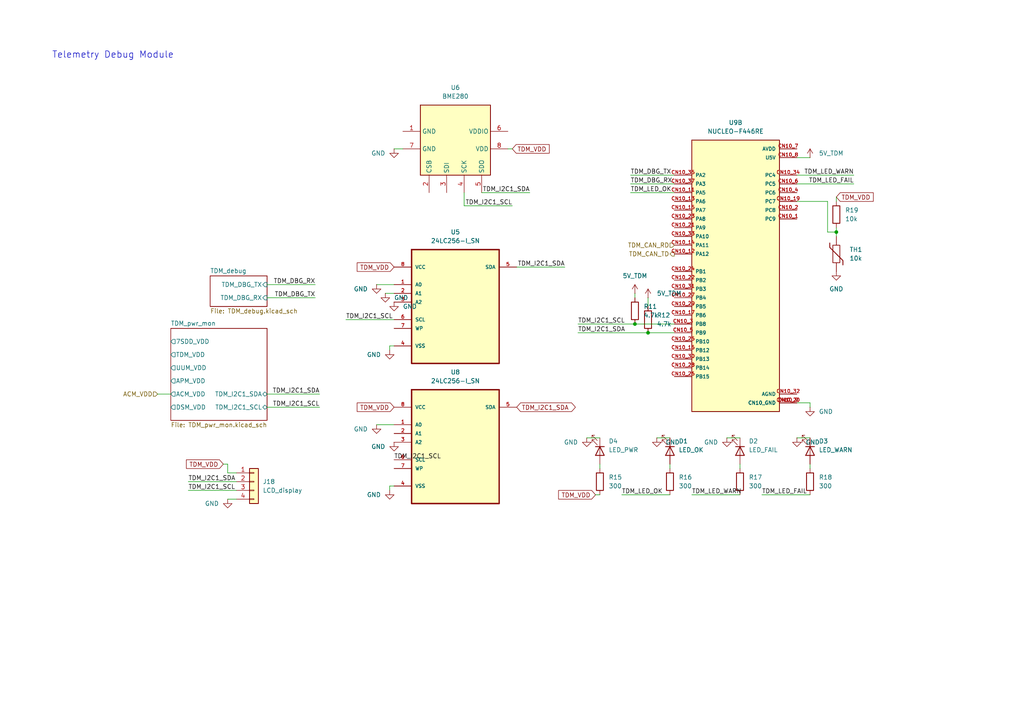
<source format=kicad_sch>
(kicad_sch (version 20250114) (generator "eeschema") (generator_version "9.0")
  (paper "A4")
  (title_block (date "2025-06") (rev "2"))
  (lib_symbols
    (symbol "24LC256-I_SN:24LC256-I_SN" (pin_names (offset 1.016))
      (property "Reference" "U" (at -4.9591 14.9028 0))
      (property "Value" "24LC256-I_SN" (at -5.7261 -23.3626 0))
      (symbol "24LC256-I_SN_0_0"
        (rectangle (start -12.7 -20.32) (end 12.7 12.7) (stroke (width 0.4064)) (fill (type background)))
        (pin power_in line (at -17.78 7.62 0) (length 5.08) (name "VCC") (number "8"))
        (pin input line (at -17.78 2.54 0) (length 5.08) (name "A0") (number "1"))
        (pin input line (at -17.78 0 0) (length 5.08) (name "A1") (number "2"))
        (pin input line (at -17.78 -2.54 0) (length 5.08) (name "A2") (number "3"))
        (pin input line (at -17.78 -7.62 0) (length 5.08) (name "SCL") (number "6"))
        (pin input line (at -17.78 -10.16 0) (length 5.08) (name "WP") (number "7"))
        (pin passive line (at -17.78 -15.24 0) (length 5.08) (name "VSS") (number "4"))
        (pin bidirectional line (at 17.78 7.62 180) (length 5.08) (name "SDA") (number "5"))
      )
    )
    (symbol "Connector_Generic:Conn_01x04" (pin_names (offset 1.016) (hide yes))
      (property "Reference" "J" (at 0 5.08 0))
      (property "Value" "Conn_01x04" (at 0 -7.62 0))
      (symbol "Conn_01x04_1_1"
        (rectangle (start -1.27 3.81) (end 1.27 -6.35) (stroke (width 0.254)) (fill (type background)))
        (rectangle (start -1.27 2.667) (end 0 2.413) (stroke (width 0.1524)))
        (rectangle (start -1.27 0.127) (end 0 -0.127) (stroke (width 0.1524)))
        (rectangle (start -1.27 -2.413) (end 0 -2.667) (stroke (width 0.1524)))
        (rectangle (start -1.27 -4.953) (end 0 -5.207) (stroke (width 0.1524)))
        (pin passive line (at -5.08 2.54 0) (length 3.81) (name "Pin_1") (number "1"))
        (pin passive line (at -5.08 0 0) (length 3.81) (name "Pin_2") (number "2"))
        (pin passive line (at -5.08 -2.54 0) (length 3.81) (name "Pin_3") (number "3"))
        (pin passive line (at -5.08 -5.08 0) (length 3.81) (name "Pin_4") (number "4"))
      )
    )
    (symbol "Device:LED" (pin_numbers (hide yes)) (pin_names (offset 1.016) (hide yes))
      (property "Reference" "D" (at 0 2.54 0))
      (property "Value" "LED" (at 0 -2.54 0))
      (symbol "LED_0_1"
        (polyline (pts (xy -3.048 -0.762) (xy -4.572 -2.286) (xy -3.81 -2.286) (xy -4.572 -2.286) (xy -4.572 -1.524)))
        (polyline (pts (xy -1.778 -0.762) (xy -3.302 -2.286) (xy -2.54 -2.286) (xy -3.302 -2.286) (xy -3.302 -1.524)))
        (polyline (pts (xy -1.27 0) (xy 1.27 0)))
        (polyline (pts (xy -1.27 -1.27) (xy -1.27 1.27)) (stroke (width 0.254)))
        (polyline (pts (xy 1.27 -1.27) (xy 1.27 1.27) (xy -1.27 0) (xy 1.27 -1.27)) (stroke (width 0.254)))
      )
      (symbol "LED_1_1"
        (pin passive line (at -3.81 0 0) (length 2.54) (name "K") (number "1"))
        (pin passive line (at 3.81 0 180) (length 2.54) (name "A") (number "2"))
      )
    )
    (symbol "Device:R" (pin_numbers (hide yes)) (pin_names (offset 0))
      (property "Reference" "R" (at 2.032 0 90))
      (property "Value" "R" (at 0 0 90))
      (symbol "R_0_1"
        (rectangle (start -1.016 -2.54) (end 1.016 2.54) (stroke (width 0.254)))
      )
      (symbol "R_1_1"
        (pin passive line (at 0 3.81 270) (length 1.27) (name "~") (number "1"))
        (pin passive line (at 0 -3.81 90) (length 1.27) (name "~") (number "2"))
      )
    )
    (symbol "Device:Thermistor" (pin_numbers (hide yes)) (pin_names (offset 0))
      (property "Reference" "TH" (at 2.54 1.27 90))
      (property "Value" "Thermistor" (at -2.54 0 90))
      (symbol "Thermistor_0_1"
        (polyline (pts (xy -1.905 3.175) (xy -1.905 1.905) (xy 1.905 -1.905) (xy 1.905 -3.175) (xy 1.905 -3.175)) (stroke (width 0.254)))
        (rectangle (start -1.016 2.54) (end 1.016 -2.54) (stroke (width 0.2032)))
      )
      (symbol "Thermistor_1_1"
        (pin passive line (at 0 5.08 270) (length 2.54) (name "~") (number "1"))
        (pin passive line (at 0 -5.08 90) (length 2.54) (name "~") (number "2"))
      )
    )
    (symbol "NUCLEO-F446RE:NUCLEO-F446RE" (pin_names (offset 1.016))
      (property "Reference" "U" (at -17.78 41.91 0))
      (property "Value" "NUCLEO-F446RE" (at -17.78 -44.45 0))
      (symbol "NUCLEO-F446RE_1_0"
        (rectangle (start -17.78 -43.18) (end 17.78 40.64) (stroke (width 0.254)) (fill (type background)))
        (pin bidirectional line (at -22.86 20.32 0) (length 5.08) (name "CN7_RESET") (number "CN7_14"))
        (pin bidirectional line (at -22.86 17.78 0) (length 5.08) (name "BOOT0") (number "CN7_7"))
        (pin bidirectional line (at -22.86 12.7 0) (length 5.08) (name "PA0") (number "CN7_28"))
        (pin bidirectional line (at -22.86 10.16 0) (length 5.08) (name "PA1") (number "CN7_30"))
        (pin bidirectional line (at -22.86 7.62 0) (length 5.08) (name "PA4") (number "CN7_32"))
        (pin bidirectional line (at -22.86 5.08 0) (length 5.08) (name "PA13") (number "CN7_13"))
        (pin bidirectional line (at -22.86 2.54 0) (length 5.08) (name "PA14") (number "CN7_15"))
        (pin bidirectional line (at -22.86 0 0) (length 5.08) (name "PA15") (number "CN7_17"))
        (pin bidirectional line (at -22.86 -5.08 0) (length 5.08) (name "PB0") (number "CN7_34"))
        (pin bidirectional line (at -22.86 -7.62 0) (length 5.08) (name "PB7") (number "CN7_21"))
        (pin bidirectional line (at -22.86 -12.7 0) (length 5.08) (name "PC0/PB8") (number "CN7_38"))
        (pin bidirectional line (at -22.86 -15.24 0) (length 5.08) (name "PC1/PB9") (number "CN7_36"))
        (pin bidirectional line (at -22.86 -17.78 0) (length 5.08) (name "PC2") (number "CN7_35"))
        (pin bidirectional line (at -22.86 -20.32 0) (length 5.08) (name "PC3") (number "CN7_37"))
        (pin bidirectional line (at -22.86 -22.86 0) (length 5.08) (name "PC11") (number "CN7_2"))
        (pin bidirectional line (at -22.86 -25.4 0) (length 5.08) (name "PC10") (number "CN7_1"))
        (pin bidirectional line (at -22.86 -27.94 0) (length 5.08) (name "PC12") (number "CN7_3"))
        (pin bidirectional line (at -22.86 -30.48 0) (length 5.08) (name "PC13") (number "CN7_23"))
        (pin bidirectional line (at -22.86 -33.02 0) (length 5.08) (name "PC14") (number "CN7_25"))
        (pin bidirectional line (at -22.86 -35.56 0) (length 5.08) (name "PC15") (number "CN7_27"))
        (pin power_in line (at 22.86 38.1 180) (length 5.08) (name "CN7_+3V3") (number "CN7_16"))
        (pin power_in line (at 22.86 35.56 180) (length 5.08) (name "CN7_+5V") (number "CN7_18"))
        (pin power_in line (at 22.86 33.02 180) (length 5.08) (name "E5V") (number "CN7_6"))
        (pin power_in line (at 22.86 30.48 180) (length 5.08) (name "VBAT") (number "CN7_33"))
        (pin power_in line (at 22.86 27.94 180) (length 5.08) (name "VDD") (number "CN7_5"))
        (pin power_in line (at 22.86 25.4 180) (length 5.08) (name "CN7_VIN") (number "CN7_24"))
        (pin bidirectional line (at 22.86 20.32 180) (length 5.08) (name "CN7_IOREF") (number "CN7_12"))
        (pin bidirectional line (at 22.86 17.78 180) (length 5.08) (name "PD2") (number "CN7_4"))
        (pin bidirectional line (at 22.86 12.7 180) (length 5.08) (name "PH0") (number "CN7_29"))
        (pin bidirectional line (at 22.86 10.16 180) (length 5.08) (name "PH1") (number "CN7_31"))
        (pin power_in line (at 22.86 -40.64 180) (length 5.08) (name "CN7_GND") (number "CN7_19"))
        (pin power_in line (at 22.86 -40.64 180) (length 5.08) (name "CN7_GND") (number "CN7_20"))
        (pin power_in line (at 22.86 -40.64 180) (length 5.08) (name "CN7_GND") (number "CN7_22"))
        (pin power_in line (at 22.86 -40.64 180) (length 5.08) (name "CN7_GND") (number "CN7_8"))
      )
      (symbol "NUCLEO-F446RE_2_0"
        (rectangle (start -12.7 -40.64) (end 12.7 38.1) (stroke (width 0.254)) (fill (type background)))
        (pin bidirectional line (at -17.78 27.94 0) (length 5.08) (name "PA2") (number "CN10_35"))
        (pin bidirectional line (at -17.78 25.4 0) (length 5.08) (name "PA3") (number "CN10_37"))
        (pin bidirectional line (at -17.78 22.86 0) (length 5.08) (name "PA5") (number "CN10_11"))
        (pin bidirectional line (at -17.78 20.32 0) (length 5.08) (name "PA6") (number "CN10_13"))
        (pin bidirectional line (at -17.78 17.78 0) (length 5.08) (name "PA7") (number "CN10_15"))
        (pin bidirectional line (at -17.78 15.24 0) (length 5.08) (name "PA8") (number "CN10_23"))
        (pin bidirectional line (at -17.78 12.7 0) (length 5.08) (name "PA9") (number "CN10_21"))
        (pin bidirectional line (at -17.78 10.16 0) (length 5.08) (name "PA10") (number "CN10_33"))
        (pin bidirectional line (at -17.78 7.62 0) (length 5.08) (name "PA11") (number "CN10_14"))
        (pin bidirectional line (at -17.78 5.08 0) (length 5.08) (name "PA12") (number "CN10_12"))
        (pin bidirectional line (at -17.78 0 0) (length 5.08) (name "PB1") (number "CN10_24"))
        (pin bidirectional line (at -17.78 -2.54 0) (length 5.08) (name "PB2") (number "CN10_22"))
        (pin bidirectional line (at -17.78 -5.08 0) (length 5.08) (name "PB3") (number "CN10_31"))
        (pin bidirectional line (at -17.78 -7.62 0) (length 5.08) (name "PB4") (number "CN10_27"))
        (pin bidirectional line (at -17.78 -10.16 0) (length 5.08) (name "PB5") (number "CN10_29"))
        (pin bidirectional line (at -17.78 -12.7 0) (length 5.08) (name "PB6") (number "CN10_17"))
        (pin bidirectional line (at -17.78 -15.24 0) (length 5.08) (name "PB8") (number "CN10_3"))
        (pin bidirectional line (at -17.78 -17.78 0) (length 5.08) (name "PB9") (number "CN10_5"))
        (pin bidirectional line (at -17.78 -20.32 0) (length 5.08) (name "PB10") (number "CN10_25"))
        (pin bidirectional line (at -17.78 -22.86 0) (length 5.08) (name "PB12") (number "CN10_16"))
        (pin bidirectional line (at -17.78 -25.4 0) (length 5.08) (name "PB13") (number "CN10_30"))
        (pin bidirectional line (at -17.78 -27.94 0) (length 5.08) (name "PB14") (number "CN10_28"))
        (pin bidirectional line (at -17.78 -30.48 0) (length 5.08) (name "PB15") (number "CN10_26"))
        (pin power_in line (at 17.78 35.56 180) (length 5.08) (name "AVDD") (number "CN10_7"))
        (pin power_in line (at 17.78 33.02 180) (length 5.08) (name "U5V") (number "CN10_8"))
        (pin bidirectional line (at 17.78 27.94 180) (length 5.08) (name "PC4") (number "CN10_34"))
        (pin bidirectional line (at 17.78 25.4 180) (length 5.08) (name "PC5") (number "CN10_6"))
        (pin bidirectional line (at 17.78 22.86 180) (length 5.08) (name "PC6") (number "CN10_4"))
        (pin bidirectional line (at 17.78 20.32 180) (length 5.08) (name "PC7") (number "CN10_19"))
        (pin bidirectional line (at 17.78 17.78 180) (length 5.08) (name "PC8") (number "CN10_2"))
        (pin bidirectional line (at 17.78 15.24 180) (length 5.08) (name "PC9") (number "CN10_1"))
        (pin power_in line (at 17.78 -35.56 180) (length 5.08) (name "AGND") (number "CN10_32"))
        (pin power_in line (at 17.78 -38.1 180) (length 5.08) (name "CN10_GND") (number "CN10_20"))
        (pin power_in line (at 17.78 -38.1 180) (length 5.08) (name "CN10_GND") (number "CN10_9"))
      )
      (symbol "NUCLEO-F446RE_3_0"
        (rectangle (start -15.24 -12.7) (end 15.24 10.16) (stroke (width 0.254)) (fill (type background)))
        (pin bidirectional line (at -20.32 -2.54 0) (length 5.08) (name "CN6_RESET") (number "CN6_3"))
        (pin bidirectional line (at -20.32 -5.08 0) (length 5.08) (name "CN6_IOREF") (number "CN6_2"))
        (pin power_in line (at 20.32 7.62 180) (length 5.08) (name "CN6_VIN") (number "CN6_8"))
        (pin power_in line (at 20.32 5.08 180) (length 5.08) (name "CN6_+5V") (number "CN6_5"))
        (pin power_in line (at 20.32 2.54 180) (length 5.08) (name "CN6_+3V3") (number "CN6_4"))
        (pin power_in line (at 20.32 -10.16 180) (length 5.08) (name "CN6_GND") (number "CN6_6"))
        (pin power_in line (at 20.32 -10.16 180) (length 5.08) (name "CN6_GND") (number "CN6_7"))
      )
      (symbol "NUCLEO-F446RE_4_0"
        (rectangle (start -5.08 -12.7) (end 5.08 12.7) (stroke (width 0.254)) (fill (type background)))
        (pin input line (at -10.16 10.16 0) (length 5.08) (name "D0") (number "CN9_1"))
        (pin output line (at -10.16 7.62 0) (length 5.08) (name "D1") (number "CN9_2"))
        (pin bidirectional line (at -10.16 2.54 0) (length 5.08) (name "D2") (number "CN9_3"))
        (pin bidirectional line (at -10.16 0 0) (length 5.08) (name "D3") (number "CN9_4"))
        (pin bidirectional line (at -10.16 -2.54 0) (length 5.08) (name "D4") (number "CN9_5"))
        (pin bidirectional line (at -10.16 -5.08 0) (length 5.08) (name "D5") (number "CN9_6"))
        (pin bidirectional line (at -10.16 -7.62 0) (length 5.08) (name "D6") (number "CN9_7"))
        (pin bidirectional line (at -10.16 -10.16 0) (length 5.08) (name "D7") (number "CN9_8"))
      )
      (symbol "NUCLEO-F446RE_5_0"
        (rectangle (start -5.08 -10.16) (end 5.08 7.62) (stroke (width 0.254)) (fill (type background)))
        (pin input line (at -10.16 5.08 0) (length 5.08) (name "A0") (number "CN8_1"))
        (pin input line (at -10.16 2.54 0) (length 5.08) (name "A1") (number "CN8_2"))
        (pin input line (at -10.16 0 0) (length 5.08) (name "A2") (number "CN8_3"))
        (pin input line (at -10.16 -2.54 0) (length 5.08) (name "A3") (number "CN8_4"))
        (pin input line (at -10.16 -5.08 0) (length 5.08) (name "A4") (number "CN8_5"))
        (pin input line (at -10.16 -7.62 0) (length 5.08) (name "A5") (number "CN8_6"))
      )
      (symbol "NUCLEO-F446RE_6_0"
        (rectangle (start -10.16 -17.78) (end 10.16 15.24) (stroke (width 0.254)) (fill (type background)))
        (pin bidirectional line (at -15.24 7.62 0) (length 5.08) (name "D8") (number "CN5_1"))
        (pin bidirectional line (at -15.24 5.08 0) (length 5.08) (name "D9") (number "CN5_2"))
        (pin bidirectional line (at -15.24 2.54 0) (length 5.08) (name "D10") (number "CN5_3"))
        (pin bidirectional line (at -15.24 0 0) (length 5.08) (name "D11") (number "CN5_4"))
        (pin bidirectional line (at -15.24 -2.54 0) (length 5.08) (name "D12") (number "CN5_5"))
        (pin bidirectional clock (at -15.24 -5.08 0) (length 5.08) (name "D13") (number "CN5_6"))
        (pin bidirectional line (at -15.24 -7.62 0) (length 5.08) (name "D14") (number "CN5_9"))
        (pin bidirectional clock (at -15.24 -10.16 0) (length 5.08) (name "D15") (number "CN5_10"))
        (pin power_in line (at 15.24 12.7 180) (length 5.08) (name "AREF") (number "CN5_8"))
        (pin power_in line (at 15.24 -15.24 180) (length 5.08) (name "CN5_GND") (number "CN5_7"))
      )
    )
    (symbol "Sensor:BME280"
      (property "Reference" "U" (at -8.89 11.43 0))
      (property "Value" "BME280" (at 7.62 11.43 0))
      (symbol "BME280_0_1"
        (rectangle (start -10.16 10.16) (end 10.16 -10.16) (stroke (width 0.254)) (fill (type background)))
      )
      (symbol "BME280_1_1"
        (pin power_in line (at -2.54 15.24 270) (length 5.08) (name "VDDIO") (number "6"))
        (pin power_in line (at -2.54 -15.24 90) (length 5.08) (name "GND") (number "1"))
        (pin power_in line (at 2.54 15.24 270) (length 5.08) (name "VDD") (number "8"))
        (pin power_in line (at 2.54 -15.24 90) (length 5.08) (name "GND") (number "7"))
        (pin bidirectional line (at 15.24 7.62 180) (length 5.08) (name "SDO") (number "5"))
        (pin input line (at 15.24 2.54 180) (length 5.08) (name "SCK") (number "4"))
        (pin bidirectional line (at 15.24 -2.54 180) (length 5.08) (name "SDI") (number "3"))
        (pin input line (at 15.24 -7.62 180) (length 5.08) (name "CSB") (number "2"))
      )
    )
    (symbol "power:+5V" (power) (pin_numbers (hide yes)) (pin_names (offset 0) (hide yes))
      (property "Value" "+5V" (at 0 3.556 0))
      (symbol "+5V_0_1"
        (polyline (pts (xy -0.762 1.27) (xy 0 2.54)))
        (polyline (pts (xy 0 2.54) (xy 0.762 1.27)))
        (polyline (pts (xy 0 0) (xy 0 2.54)))
      )
      (symbol "+5V_1_1"
        (pin power_in line (at 0 0 90) (length 0) (name "~") (number "1"))
      )
    )
    (symbol "power:GND" (power) (pin_numbers (hide yes)) (pin_names (offset 0) (hide yes))
      (property "Value" "GND" (at 0 -3.81 0))
      (symbol "GND_0_1"
        (polyline (pts (xy 0 0) (xy 0 -1.27) (xy 1.27 -1.27) (xy 0 -2.54) (xy -1.27 -1.27) (xy 0 -1.27)))
      )
      (symbol "GND_1_1"
        (pin power_in line (at 0 0 270) (length 0) (name "~") (number "1"))
      )
    )
  )
  (text "Telemetry Debug Module" (at 32.766 16.002 0) (effects (font (size 1.905 1.905))))
  (junction (at 242.57 67.31))
  (junction (at 187.96 96.52))
  (junction (at 184.15 93.98))
  (wire (pts (xy 64.77 134.62) (xy 66.04 134.62)))
  (wire (pts (xy 163.83 77.47) (xy 149.86 77.47)))
  (wire (pts (xy 113.03 140.97) (xy 114.3 140.97)))
  (wire (pts (xy 167.64 96.52) (xy 187.96 96.52)))
  (wire (pts (xy 113.03 140.97) (xy 113.03 142.24)))
  (wire (pts (xy 173.99 134.62) (xy 173.99 135.89)))
  (wire (pts (xy 109.22 123.19) (xy 114.3 123.19)))
  (wire (pts (xy 190.5 127) (xy 194.31 127)))
  (wire (pts (xy 91.44 86.36) (xy 77.47 86.36)))
  (wire (pts (xy 153.67 55.88) (xy 139.7 55.88)))
  (wire (pts (xy 200.66 143.51) (xy 214.63 143.51)))
  (wire (pts (xy 148.59 59.69) (xy 134.62 59.69)))
  (wire (pts (xy 220.98 143.51) (xy 234.95 143.51)))
  (wire (pts (xy 91.44 82.55) (xy 77.47 82.55)))
  (wire (pts (xy 242.57 67.31) (xy 242.57 68.58)))
  (wire (pts (xy 66.04 144.78) (xy 68.58 144.78)))
  (wire (pts (xy 184.15 93.98) (xy 195.58 93.98)))
  (wire (pts (xy 240.03 58.42) (xy 240.03 67.31)))
  (wire (pts (xy 214.63 134.62) (xy 214.63 135.89)))
  (wire (pts (xy 66.04 137.16) (xy 68.58 137.16)))
  (wire (pts (xy 210.82 127) (xy 214.63 127)))
  (wire (pts (xy 54.61 139.7) (xy 68.58 139.7)))
  (wire (pts (xy 170.18 127) (xy 173.99 127)))
  (wire (pts (xy 100.33 92.71) (xy 114.3 92.71)))
  (wire (pts (xy 109.22 82.55) (xy 114.3 82.55)))
  (wire (pts (xy 231.14 45.72) (xy 234.95 45.72)))
  (wire (pts (xy 113.03 100.33) (xy 114.3 100.33)))
  (wire (pts (xy 92.71 114.3) (xy 77.47 114.3)))
  (wire (pts (xy 187.96 86.36) (xy 187.96 88.9)))
  (wire (pts (xy 247.65 53.34) (xy 231.14 53.34)))
  (wire (pts (xy 45.72 114.3) (xy 49.53 114.3)))
  (wire (pts (xy 182.88 53.34) (xy 195.58 53.34)))
  (wire (pts (xy 167.64 93.98) (xy 184.15 93.98)))
  (wire (pts (xy 182.88 55.88) (xy 195.58 55.88)))
  (wire (pts (xy 240.03 67.31) (xy 242.57 67.31)))
  (wire (pts (xy 234.95 118.11) (xy 234.95 116.84)))
  (wire (pts (xy 113.03 100.33) (xy 113.03 101.6)))
  (wire (pts (xy 111.76 85.09) (xy 114.3 85.09)))
  (wire (pts (xy 187.96 96.52) (xy 195.58 96.52)))
  (wire (pts (xy 247.65 50.8) (xy 231.14 50.8)))
  (wire (pts (xy 242.57 57.15) (xy 242.57 58.42)))
  (wire (pts (xy 92.71 118.11) (xy 77.47 118.11)))
  (wire (pts (xy 194.31 134.62) (xy 194.31 135.89)))
  (wire (pts (xy 242.57 66.04) (xy 242.57 67.31)))
  (wire (pts (xy 182.88 50.8) (xy 195.58 50.8)))
  (wire (pts (xy 184.15 85.09) (xy 184.15 86.36)))
  (wire (pts (xy 134.62 59.69) (xy 134.62 55.88)))
  (wire (pts (xy 234.95 134.62) (xy 234.95 135.89)))
  (wire (pts (xy 114.3 43.18) (xy 116.84 43.18)))
  (wire (pts (xy 231.14 58.42) (xy 240.03 58.42)))
  (wire (pts (xy 180.34 143.51) (xy 194.31 143.51)))
  (wire (pts (xy 66.04 134.62) (xy 66.04 137.16)))
  (wire (pts (xy 147.32 43.18) (xy 148.59 43.18)))
  (wire (pts (xy 231.14 127) (xy 234.95 127)))
  (wire (pts (xy 231.14 116.84) (xy 234.95 116.84)))
  (wire (pts (xy 172.72 143.51) (xy 173.99 143.51)))
  (wire (pts (xy 54.61 142.24) (xy 68.58 142.24)))
  (label "TDM_LED_WARN" (at 200.66 143.51 0))
  (label "TDM_LED_FAIL" (at 220.98 143.51 0))
  (label "TDM_I2C1_SDA" (at 153.67 55.88 180))
  (label "TDM_DBG_RX" (at 182.88 53.34 0))
  (label "TDM_DBG_TX" (at 182.88 50.8 0))
  (label "TDM_LED_FAIL" (at 247.65 53.34 180))
  (label "TDM_I2C1_SDA" (at 167.64 96.52 0))
  (label "TDM_LED_OK" (at 182.88 55.88 0))
  (label "TDM_DBG_TX" (at 91.44 86.36 180))
  (label "TDM_I2C1_SCL" (at 167.64 93.98 0))
  (label "TDM_I2C1_SCL" (at 54.61 142.24 0))
  (label "TDM_I2C1_SCL" (at 92.71 118.11 180))
  (label "TDM_I2C1_SCL" (at 114.3 133.35 0))
  (label "TDM_I2C1_SDA" (at 54.61 139.7 0))
  (label "TDM_LED_OK" (at 180.34 143.51 0))
  (label "TDM_DBG_RX" (at 91.44 82.55 180))
  (label "TDM_LED_WARN" (at 247.65 50.8 180))
  (label "TDM_I2C1_SCL" (at 148.59 59.69 180))
  (label "TDM_I2C1_SDA" (at 92.71 114.3 180))
  (label "TDM_I2C1_SCL" (at 100.33 92.71 0))
  (label "TDM_I2C1_SDA" (at 163.83 77.47 180))
  (global_label "TDM_VDD" (shape input) (at 114.3 118.11 180) (property "Intersheetrefs" "${INTERSHEET_REFS}" (effects (hide yes))))
  (global_label "TDM_I2C1_SDA" (shape bidirectional) (at 149.86 118.11 0) (property "Intersheetrefs" "${INTERSHEET_REFS}" (effects (hide yes))))
  (global_label "TDM_VDD" (shape input) (at 242.57 57.15 0) (property "Intersheetrefs" "${INTERSHEET_REFS}" (effects (hide yes))))
  (global_label "TDM_VDD" (shape input) (at 114.3 77.47 180) (property "Intersheetrefs" "${INTERSHEET_REFS}" (effects (hide yes))))
  (global_label "TDM_VDD" (shape input) (at 148.59 43.18 0) (property "Intersheetrefs" "${INTERSHEET_REFS}" (effects (hide yes))))
  (global_label "TDM_VDD" (shape input) (at 64.77 134.62 180) (property "Intersheetrefs" "${INTERSHEET_REFS}" (effects (hide yes))))
  (global_label "TDM_VDD" (shape input) (at 172.72 143.51 180) (property "Intersheetrefs" "${INTERSHEET_REFS}" (effects (hide yes))))
  (hierarchical_label "ACM_VDD" (shape input) (at 45.72 114.3 180))
  (hierarchical_label "TDM_CAN_TD" (shape output) (at 195.58 73.66 180))
  (hierarchical_label "TDM_CAN_RD" (shape input) (at 195.58 71.12 180))
  (symbol (lib_id "power:+5V") (at 187.96 86.36 0) (unit 1)
    (property "Reference" "#PWR027" (effects (hide yes)))
    (property "Value" "5V_TDM" (at 190.5 85.0899 0) (effects (justify left)))
    (property "Description" "Power symbol creates a global label with name \"+5V\"" (effects (hide yes)))
  )
  (symbol (lib_id "power:GND") (at 234.95 118.11 0) (unit 1)
    (property "Reference" "#PWR031" (effects (hide yes)))
    (property "Value" "GND" (at 237.49 119.3799 0) (effects (justify left)))
    (property "Description" "Power symbol creates a global label with name \"GND\" , ground" (effects (hide yes)))
  )
  (symbol (lib_id "power:+5V") (at 184.15 85.09 0) (unit 1)
    (property "Reference" "#PWR026" (effects (hide yes)))
    (property "Value" "5V_TDM" (at 184.15 80.01 0))
    (property "Description" "Power symbol creates a global label with name \"+5V\"" (effects (hide yes)))
  )
  (symbol (lib_id "Device:LED") (at 214.63 130.81 270) (unit 1)
    (property "Reference" "D2" (at 217.17 127.9524 90) (effects (justify left)))
    (property "Value" "LED_FAIL" (at 217.17 130.4924 90) (effects (justify left)))
    (property "Footprint" "LED_SMD:LED_0603_1608Metric" (effects (hide yes)))
    (property "Description" "Light emitting diode" (effects (hide yes)))
    (property "Sim.Pins" "1=K 2=A" (effects (hide yes)))
  )
  (symbol (lib_id "Device:R") (at 234.95 139.7 0) (unit 1)
    (property "Reference" "R18" (at 237.49 138.4299 0) (effects (justify left)))
    (property "Value" "300" (at 237.49 140.9699 0) (effects (justify left)))
    (property "Footprint" "Resistor_SMD:R_0805_2012Metric_Pad1.20x1.40mm_HandSolder" (effects (hide yes)))
    (property "Description" "Resistor" (effects (hide yes)))
    (property "DigiKey_Part_Number" "311-10.0KCRCT-ND" (effects (hide yes)))
    (property "Price" "0.0129" (effects (hide yes)))
  )
  (symbol (lib_id "power:GND") (at 170.18 127 0) (unit 1)
    (property "Reference" "#PWR046" (effects (hide yes)))
    (property "Value" "GND" (at 167.64 128.2699 0) (effects (justify right)))
    (property "Description" "Power symbol creates a global label with name \"GND\" , ground" (effects (hide yes)))
  )
  (symbol (lib_id "power:GND") (at 113.03 101.6 0) (unit 1)
    (property "Reference" "#PWR033" (effects (hide yes)))
    (property "Value" "GND" (at 110.49 102.8699 0) (effects (justify right)))
    (property "Description" "Power symbol creates a global label with name \"GND\" , ground" (effects (hide yes)))
  )
  (symbol (lib_id "Device:R") (at 214.63 139.7 0) (unit 1)
    (property "Reference" "R17" (at 217.17 138.4299 0) (effects (justify left)))
    (property "Value" "300" (at 217.17 140.9699 0) (effects (justify left)))
    (property "Footprint" "Resistor_SMD:R_0805_2012Metric_Pad1.20x1.40mm_HandSolder" (effects (hide yes)))
    (property "Description" "Resistor" (effects (hide yes)))
    (property "DigiKey_Part_Number" "311-10.0KCRCT-ND" (effects (hide yes)))
    (property "Price" "0.0129" (effects (hide yes)))
  )
  (symbol (lib_id "power:+5V") (at 234.95 45.72 0) (unit 1)
    (property "Reference" "#PWR023" (effects (hide yes)))
    (property "Value" "5V_TDM" (at 237.49 44.4499 0) (effects (justify left)))
    (property "Description" "Power symbol creates a global label with name \"+5V\"" (effects (hide yes)))
  )
  (symbol (lib_id "power:GND") (at 114.3 43.18 0) (unit 1)
    (property "Reference" "#PWR032" (effects (hide yes)))
    (property "Value" "GND" (at 111.76 44.4499 0) (effects (justify right)))
    (property "Description" "Power symbol creates a global label with name \"GND\" , ground" (effects (hide yes)))
  )
  (symbol (lib_id "power:GND") (at 231.14 127 0) (unit 1)
    (property "Reference" "#PWR044" (effects (hide yes)))
    (property "Value" "GND" (at 233.68 128.2699 0) (effects (justify left)))
    (property "Description" "Power symbol creates a global label with name \"GND\" , ground" (effects (hide yes)))
  )
  (symbol (lib_id "power:GND") (at 111.76 85.09 0) (unit 1)
    (property "Reference" "#PWR037" (effects (hide yes)))
    (property "Value" "GND" (at 114.3 86.3599 0) (effects (justify left)))
    (property "Description" "Power symbol creates a global label with name \"GND\" , ground" (effects (hide yes)))
  )
  (symbol (lib_id "Device:R") (at 242.57 62.23 180) (unit 1)
    (property "Reference" "R19" (at 245.11 60.9599 0) (effects (justify right)))
    (property "Value" "10k" (at 245.11 63.4999 0) (effects (justify right)))
    (property "Footprint" "Resistor_SMD:R_0805_2012Metric_Pad1.20x1.40mm_HandSolder" (effects (hide yes)))
    (property "Description" "Resistor" (effects (hide yes)))
    (property "DigiKey_Part_Number" "311-10.0KCRCT-ND" (effects (hide yes)))
    (property "Price" "0.0129" (effects (hide yes)))
  )
  (symbol (lib_id "Device:R") (at 194.31 139.7 0) (unit 1)
    (property "Reference" "R16" (at 196.85 138.4299 0) (effects (justify left)))
    (property "Value" "300" (at 196.85 140.9699 0) (effects (justify left)))
    (property "Footprint" "Resistor_SMD:R_0805_2012Metric_Pad1.20x1.40mm_HandSolder" (effects (hide yes)))
    (property "Description" "Resistor" (effects (hide yes)))
    (property "DigiKey_Part_Number" "311-10.0KCRCT-ND" (effects (hide yes)))
    (property "Price" "0.0129" (effects (hide yes)))
  )
  (symbol (lib_id "power:GND") (at 66.04 144.78 0) (unit 1)
    (property "Reference" "#PWR0126" (effects (hide yes)))
    (property "Value" "GND" (at 63.5 146.0499 0) (effects (justify right)))
    (property "Description" "Power symbol creates a global label with name \"GND\" , ground" (effects (hide yes)))
  )
  (symbol (lib_id "power:GND") (at 109.22 123.19 0) (unit 1)
    (property "Reference" "#PWR039" (effects (hide yes)))
    (property "Value" "GND" (at 106.68 124.4599 0) (effects (justify right)))
    (property "Description" "Power symbol creates a global label with name \"GND\" , ground" (effects (hide yes)))
  )
  (symbol (lib_id "Device:R") (at 184.15 90.17 180) (unit 1)
    (property "Reference" "R11" (at 186.69 88.8999 0) (effects (justify right)))
    (property "Value" "4.7k" (at 186.69 91.4399 0) (effects (justify right)))
    (property "Footprint" "Resistor_SMD:R_0805_2012Metric_Pad1.20x1.40mm_HandSolder" (effects (hide yes)))
    (property "Description" "Resistor" (effects (hide yes)))
    (property "DigiKey_Part_Number" "311-10.0KCRCT-ND" (effects (hide yes)))
    (property "Price" "0.0129" (effects (hide yes)))
  )
  (symbol (lib_id "Device:LED") (at 194.31 130.81 270) (unit 1)
    (property "Reference" "D1" (at 196.85 127.9524 90) (effects (justify left)))
    (property "Value" "LED_OK" (at 196.85 130.4924 90) (effects (justify left)))
    (property "Footprint" "LED_SMD:LED_0603_1608Metric" (effects (hide yes)))
    (property "Description" "Light emitting diode" (effects (hide yes)))
    (property "Sim.Pins" "1=K 2=A" (effects (hide yes)))
  )
  (symbol (lib_id "Device:LED") (at 234.95 130.81 270) (unit 1)
    (property "Reference" "D3" (at 237.49 127.9524 90) (effects (justify left)))
    (property "Value" "LED_WARN" (at 237.49 130.4924 90) (effects (justify left)))
    (property "Footprint" "LED_SMD:LED_0603_1608Metric" (effects (hide yes)))
    (property "Description" "Light emitting diode" (effects (hide yes)))
    (property "Sim.Pins" "1=K 2=A" (effects (hide yes)))
  )
  (symbol (lib_id "Sensor:BME280") (at 132.08 40.64 270) (unit 1)
    (property "Reference" "U6" (at 132.08 25.4 90))
    (property "Value" "BME280" (at 132.08 27.94 90))
    (property "Footprint" "Package_LGA:Bosch_LGA-8_2.5x2.5mm_P0.65mm_ClockwisePinNumbering" (effects (hide yes)))
    (property "Datasheet" "https://www.bosch-sensortec.com/media/boschsensortec/downloads/datasheets/bst-bme280-ds002.pdf" (effects (hide yes)))
    (property "Description" "3-in-1 sensor, humidity, pressure, temperature, I2C and SPI interface, 1.71-3.6V, LGA-8" (effects (hide yes)))
  )
  (symbol (lib_id "Device:R") (at 173.99 139.7 0) (unit 1)
    (property "Reference" "R15" (at 176.53 138.4299 0) (effects (justify left)))
    (property "Value" "300" (at 176.53 140.9699 0) (effects (justify left)))
    (property "Footprint" "Resistor_SMD:R_0805_2012Metric_Pad1.20x1.40mm_HandSolder" (effects (hide yes)))
    (property "Description" "Resistor" (effects (hide yes)))
    (property "DigiKey_Part_Number" "311-10.0KCRCT-ND" (effects (hide yes)))
    (property "Price" "0.0129" (effects (hide yes)))
  )
  (symbol (lib_id "Device:Thermistor") (at 242.57 73.66 180) (unit 1)
    (property "Reference" "TH1" (at 246.38 72.3899 0) (effects (justify right)))
    (property "Value" "10k" (at 246.38 74.9299 0) (effects (justify right)))
    (property "Footprint" "OptoDevice:R_LDR_4.9x4.2mm_P2.54mm_Vertical" (effects (hide yes)))
    (property "Description" "Temperature dependent resistor" (effects (hide yes)))
  )
  (symbol (lib_id "power:GND") (at 113.03 142.24 0) (unit 1)
    (property "Reference" "#PWR041" (effects (hide yes)))
    (property "Value" "GND" (at 110.49 143.5099 0) (effects (justify right)))
    (property "Description" "Power symbol creates a global label with name \"GND\" , ground" (effects (hide yes)))
  )
  (symbol (lib_id "Device:R") (at 187.96 92.71 180) (unit 1)
    (property "Reference" "R12" (at 190.5 91.4399 0) (effects (justify right)))
    (property "Value" "4.7k" (at 190.5 93.9799 0) (effects (justify right)))
    (property "Footprint" "Resistor_SMD:R_0805_2012Metric_Pad1.20x1.40mm_HandSolder" (effects (hide yes)))
    (property "Description" "Resistor" (effects (hide yes)))
    (property "DigiKey_Part_Number" "311-10.0KCRCT-ND" (effects (hide yes)))
    (property "Price" "0.0129" (effects (hide yes)))
  )
  (symbol (lib_id "power:GND") (at 242.57 78.74 0) (unit 1)
    (property "Reference" "#PWR045" (effects (hide yes)))
    (property "Value" "GND" (at 242.57 83.82 0))
    (property "Description" "Power symbol creates a global label with name \"GND\" , ground" (effects (hide yes)))
  )
  (symbol (lib_id "power:GND") (at 109.22 82.55 0) (unit 1)
    (property "Reference" "#PWR038" (effects (hide yes)))
    (property "Value" "GND" (at 106.68 83.8199 0) (effects (justify right)))
    (property "Description" "Power symbol creates a global label with name \"GND\" , ground" (effects (hide yes)))
  )
  (symbol (lib_id "24LC256-I_SN:24LC256-I_SN") (at 132.08 85.09 0) (unit 1)
    (property "Reference" "U5" (at 132.08 67.31 0))
    (property "Value" "24LC256-I_SN" (at 132.08 69.85 0))
    (property "Footprint" "24LC256-I_SN:SOIC127P600X175-8N" (effects (hide yes)))
    (property "MF" "Microchip" (effects (hide yes)))
    (property "Description_1" "Microchip 24LC256-I/SN Serial EEPROM Memory,256kbit,900ns,2.5 to 5.5V 8-Pin SOIC | Microchip Technology Inc. 24LC256-I/SN" (effects (hide yes)))
    (property "PACKAGE" "SOIC-8" (effects (hide yes)))
    (property "MPN" "24LC256-I/SN" (effects (hide yes)))
    (property "Price" "None" (effects (hide yes)))
    (property "Package" "SO-8 Microchip" (effects (hide yes)))
    (property "OC_FARNELL" "1579573" (effects (hide yes)))
    (property "SnapEDA_Link" "https://www.snapeda.com/parts/24LC256-I/SN/Microchip/view-part/?ref=snap" (effects (hide yes)))
    (property "MP" "24LC256-I/SN" (effects (hide yes)))
    (property "SUPPLIER" "MICROCHIP" (effects (hide yes)))
    (property "OC_NEWARK" "92C7171" (effects (hide yes)))
    (property "Availability" "In Stock" (effects (hide yes)))
    (property "Check_prices" "https://www.snapeda.com/parts/24LC256-I/SN/Microchip/view-part/?ref=eda" (effects (hide yes)))
  )
  (symbol (lib_id "power:GND") (at 210.82 127 0) (unit 1)
    (property "Reference" "#PWR043" (effects (hide yes)))
    (property "Value" "GND" (at 208.28 128.2699 0) (effects (justify right)))
    (property "Description" "Power symbol creates a global label with name \"GND\" , ground" (effects (hide yes)))
  )
  (symbol (lib_id "NUCLEO-F446RE:NUCLEO-F446RE") (at 213.36 78.74 0) (unit 2)
    (property "Reference" "U9" (at 213.36 35.56 0))
    (property "Value" "NUCLEO-F446RE" (at 213.36 38.1 0))
    (property "Footprint" "NUCLEO-F446RE:MODULE_NUCLEO-F446RE" (effects (hide yes)))
    (property "MF" "STMicroelectronics" (effects (hide yes)))
    (property "Package" "None" (effects (hide yes)))
    (property "Price" "None" (effects (hide yes)))
    (property "Check_prices" "https://www.snapeda.com/parts/NUCLEO-F446RE/STMicroelectronics/view-part/?ref=eda" (effects (hide yes)))
    (property "STANDARD" "Manufacturer Recommendations" (effects (hide yes)))
    (property "PARTREV" "13" (effects (hide yes)))
    (property "SnapEDA_Link" "https://www.snapeda.com/parts/NUCLEO-F446RE/STMicroelectronics/view-part/?ref=snap" (effects (hide yes)))
    (property "MP" "NUCLEO-F446RE" (effects (hide yes)))
    (property "Description_1" "STM32F446RE, mbed-Enabled Development Nucleo-64 STM32F4 ARM® Cortex®-M4 MCU 32-Bit Embedded Evaluation Board" (effects (hide yes)))
    (property "Availability" "In Stock" (effects (hide yes)))
    (property "MANUFACTURER" "STMicroelectronics" (effects (hide yes)))
  )
  (symbol (lib_id "power:GND") (at 114.3 128.27 0) (unit 1)
    (property "Reference" "#PWR042" (effects (hide yes)))
    (property "Value" "GND" (at 111.76 129.5399 0) (effects (justify right)))
    (property "Description" "Power symbol creates a global label with name \"GND\" , ground" (effects (hide yes)))
  )
  (symbol (lib_id "24LC256-I_SN:24LC256-I_SN") (at 132.08 125.73 0) (unit 1)
    (property "Reference" "U8" (at 132.08 107.95 0))
    (property "Value" "24LC256-I_SN" (at 132.08 110.49 0))
    (property "Footprint" "24LC256-I_SN:SOIC127P600X175-8N" (effects (hide yes)))
    (property "MF" "Microchip" (effects (hide yes)))
    (property "Description_1" "Microchip 24LC256-I/SN Serial EEPROM Memory,256kbit,900ns,2.5 to 5.5V 8-Pin SOIC | Microchip Technology Inc. 24LC256-I/SN" (effects (hide yes)))
    (property "PACKAGE" "SOIC-8" (effects (hide yes)))
    (property "MPN" "24LC256-I/SN" (effects (hide yes)))
    (property "Price" "None" (effects (hide yes)))
    (property "Package" "SO-8 Microchip" (effects (hide yes)))
    (property "OC_FARNELL" "1579573" (effects (hide yes)))
    (property "SnapEDA_Link" "https://www.snapeda.com/parts/24LC256-I/SN/Microchip/view-part/?ref=snap" (effects (hide yes)))
    (property "MP" "24LC256-I/SN" (effects (hide yes)))
    (property "SUPPLIER" "MICROCHIP" (effects (hide yes)))
    (property "OC_NEWARK" "92C7171" (effects (hide yes)))
    (property "Availability" "In Stock" (effects (hide yes)))
    (property "Check_prices" "https://www.snapeda.com/parts/24LC256-I/SN/Microchip/view-part/?ref=eda" (effects (hide yes)))
  )
  (symbol (lib_id "Connector_Generic:Conn_01x04") (at 73.66 139.7 0) (unit 1)
    (property "Reference" "J18" (at 76.2 139.6999 0) (effects (justify left)))
    (property "Value" "LCD_display" (at 76.2 142.2399 0) (effects (justify left)))
    (property "Footprint" "Connector_PinHeader_1.00mm:PinHeader_1x04_P1.00mm_Vertical_SMD_Pin1Left" (effects (hide yes)))
    (property "Description" "Generic connector, single row, 01x04, script generated (kicad-library-utils/schlib/autogen/connector/)" (effects (hide yes)))
  )
  (symbol (lib_id "Device:LED") (at 173.99 130.81 270) (unit 1)
    (property "Reference" "D4" (at 176.53 127.9524 90) (effects (justify left)))
    (property "Value" "LED_PWR" (at 176.53 130.4924 90) (effects (justify left)))
    (property "Footprint" "LED_SMD:LED_0603_1608Metric" (effects (hide yes)))
    (property "Description" "Light emitting diode" (effects (hide yes)))
    (property "Sim.Pins" "1=K 2=A" (effects (hide yes)))
  )
  (symbol (lib_id "power:GND") (at 190.5 127 0) (unit 1)
    (property "Reference" "#PWR030" (effects (hide yes)))
    (property "Value" "GND" (at 193.04 128.2699 0) (effects (justify left)))
    (property "Description" "Power symbol creates a global label with name \"GND\" , ground" (effects (hide yes)))
  )
  (symbol (lib_id "power:GND") (at 114.3 87.63 0) (unit 1)
    (property "Reference" "#PWR036" (effects (hide yes)))
    (property "Value" "GND" (at 116.84 88.8999 0) (effects (justify left)))
    (property "Description" "Power symbol creates a global label with name \"GND\" , ground" (effects (hide yes)))
  )
  (sheet (at 60.96 80.01) (size 16.51 8.89) (stroke (width 0.1524))
    (property "Sheetname" "TDM_debug" (at 60.96 79.2984 0) (effects (justify left bottom)))
    (property "Sheetfile" "TDM_debug.kicad_sch" (at 60.96 89.4846 0) (effects (justify left top)))
    (pin "TDM_DBG_RX" input (at 77.47 86.36 0))
    (pin "TDM_DBG_TX" input (at 77.47 82.55 0))
  )
  (sheet (at 49.53 95.25) (size 27.94 26.67) (stroke (width 0.1524))
    (property "Sheetname" "TDM_pwr_mon" (at 49.53 94.5384 0) (effects (justify left bottom)))
    (property "Sheetfile" "TDM_pwr_mon.kicad_sch" (at 49.53 122.5046 0) (effects (justify left top)))
    (pin "DSM_VDD" output (at 49.53 118.11 180))
    (pin "ACM_VDD" output (at 49.53 114.3 180))
    (pin "APM_VDD" output (at 49.53 110.49 180))
    (pin "UUM_VDD" output (at 49.53 106.68 180))
    (pin "TDM_I2C1_SCL" bidirectional (at 77.47 118.11 0))
    (pin "TDM_I2C1_SDA" bidirectional (at 77.47 114.3 0))
    (pin "TDM_VDD" output (at 49.53 102.87 180))
    (pin "7SDD_VDD" output (at 49.53 99.06 180))
  )
)
</source>
